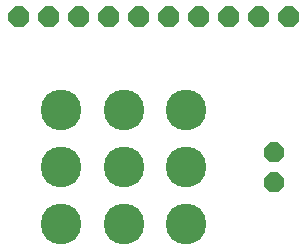
<source format=gbr>
G04 EAGLE Gerber RS-274X export*
G75*
%MOMM*%
%FSLAX34Y34*%
%LPD*%
%INSoldermask Bottom*%
%IPPOS*%
%AMOC8*
5,1,8,0,0,1.08239X$1,22.5*%
G01*
%ADD10P,1.814519X8X292.500000*%
%ADD11C,3.450000*%
%ADD12P,1.924489X8X112.500000*%


D10*
X241300Y114300D03*
X241300Y88900D03*
D11*
X61300Y149600D03*
X114300Y149600D03*
X167300Y149600D03*
X61300Y101600D03*
X114300Y101600D03*
X167300Y101600D03*
X61300Y53600D03*
X114300Y53600D03*
X167300Y53600D03*
D12*
X25400Y228600D03*
X50800Y228600D03*
X76200Y228600D03*
X101600Y228600D03*
X127000Y228600D03*
X152400Y228600D03*
X177800Y228600D03*
X203200Y228600D03*
X228600Y228600D03*
X254000Y228600D03*
M02*

</source>
